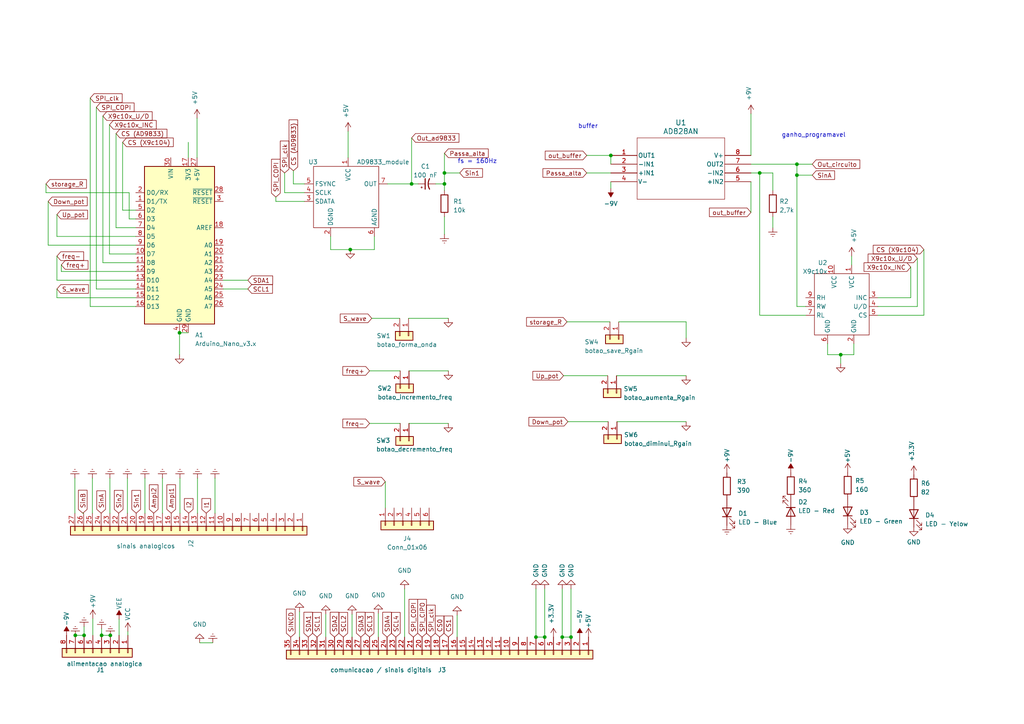
<source format=kicad_sch>
(kicad_sch (version 20230121) (generator eeschema)
  (paper "A4")
  (title_block (title "Gerador de sinais AD9833") (date "2023-07-12") (rev "v02") (company "EITduino") (comment 1 "Autor: Gustavo Pinheiro") (comment 2 "placa de face simples 90x100 mm") (comment 3 "Gerador de sinais") (comment 4 "potenciometro digital: x9c104 (100k)") (comment 5 "Baseado no barramento V04"))
  (lib_symbols
    (symbol "AD828AN:AD828AN" (pin_names (offset 0.254))
      (property "Reference" "U" (at 20.32 10.16 0))
      (property "Value" "AD828AN" (at 20.32 7.62 0))
      (symbol "AD828AN_0_1"
        (polyline (pts (xy 7.62 -12.7) (xy 33.02 -12.7)) (stroke (width 0.127)))
        (polyline (pts (xy 7.62 5.08) (xy 7.62 -12.7)) (stroke (width 0.127)))
        (polyline (pts (xy 33.02 -12.7) (xy 33.02 5.08)) (stroke (width 0.127)))
        (polyline (pts (xy 33.02 5.08) (xy 7.62 5.08)) (stroke (width 0.127)))
        (pin unspecified line (at 0 0 0) (length 7.62) (name "OUT1") (number "1"))
        (pin unspecified line (at 0 -2.54 0) (length 7.62) (name "-IN1") (number "2"))
        (pin unspecified line (at 0 -5.08 0) (length 7.62) (name "+IN1") (number "3"))
        (pin power_in line (at 0 -7.62 0) (length 7.62) (name "V-") (number "4"))
        (pin unspecified line (at 40.64 -7.62 180) (length 7.62) (name "+IN2") (number "5"))
        (pin unspecified line (at 40.64 -5.08 180) (length 7.62) (name "-IN2") (number "6"))
        (pin unspecified line (at 40.64 -2.54 180) (length 7.62) (name "OUT2") (number "7"))
        (pin power_in line (at 40.64 0 180) (length 7.62) (name "V+") (number "8"))
      )
    )
    (symbol "AD9833_module:ad9833_module"
      (property "Reference" "U" (at -8.382 9.144 0))
      (property "Value" "AD9833 module" (at 18.034 -8.382 0))
      (symbol "ad9833_module_0_1"
        (polyline (pts (xy -10.033 2.54) (xy -10.033 7.62) (xy 0.127 7.62) (xy 8.89 7.62) (xy 8.89 2.54) (xy 8.89 -10.16) (xy 7.62 -10.16) (xy -5.08 -10.16) (xy -10.033 -10.16) (xy -10.033 -2.54) (xy -10.033 2.54)))
      )
      (symbol "ad9833_module_1_1"
        (pin passive line (at 0 10.16 270) (length 2.54) (name "VCC") (number "1"))
        (pin passive line (at -5.08 -12.7 90) (length 2.54) (name "DGND") (number "2"))
        (pin passive line (at -12.7 -2.54 0) (length 2.54) (name "SDATA") (number "3"))
        (pin passive line (at -12.7 0 0) (length 2.54) (name "SCLK") (number "4"))
        (pin passive line (at -12.7 2.54 0) (length 2.54) (name "FSYNC") (number "5"))
        (pin passive line (at 7.62 -12.7 90) (length 2.54) (name "AGND") (number "6"))
        (pin passive line (at 11.43 2.54 180) (length 2.54) (name "OUT") (number "7"))
      )
    )
    (symbol "Connector_Generic:Conn_01x02" (pin_names (offset 1.016) hide)
      (property "Reference" "J" (at 0 2.54 0))
      (property "Value" "Conn_01x02" (at 0 -5.08 0))
      (symbol "Conn_01x02_1_1"
        (rectangle (start -1.27 -2.413) (end 0 -2.667) (stroke (width 0.1524)))
        (rectangle (start -1.27 0.127) (end 0 -0.127) (stroke (width 0.1524)))
        (rectangle (start -1.27 1.27) (end 1.27 -3.81) (stroke (width 0.254)) (fill (type background)))
        (pin passive line (at -5.08 0 0) (length 3.81) (name "Pin_1") (number "1"))
        (pin passive line (at -5.08 -2.54 0) (length 3.81) (name "Pin_2") (number "2"))
      )
    )
    (symbol "Connector_Generic:Conn_01x06" (pin_names (offset 1.016) hide)
      (property "Reference" "J" (at 0 7.62 0))
      (property "Value" "Conn_01x06" (at 0 -10.16 0))
      (symbol "Conn_01x06_1_1"
        (rectangle (start -1.27 -7.493) (end 0 -7.747) (stroke (width 0.1524)))
        (rectangle (start -1.27 -4.953) (end 0 -5.207) (stroke (width 0.1524)))
        (rectangle (start -1.27 -2.413) (end 0 -2.667) (stroke (width 0.1524)))
        (rectangle (start -1.27 0.127) (end 0 -0.127) (stroke (width 0.1524)))
        (rectangle (start -1.27 2.667) (end 0 2.413) (stroke (width 0.1524)))
        (rectangle (start -1.27 5.207) (end 0 4.953) (stroke (width 0.1524)))
        (rectangle (start -1.27 6.35) (end 1.27 -8.89) (stroke (width 0.254)) (fill (type background)))
        (pin passive line (at -5.08 5.08 0) (length 3.81) (name "Pin_1") (number "1"))
        (pin passive line (at -5.08 2.54 0) (length 3.81) (name "Pin_2") (number "2"))
        (pin passive line (at -5.08 0 0) (length 3.81) (name "Pin_3") (number "3"))
        (pin passive line (at -5.08 -2.54 0) (length 3.81) (name "Pin_4") (number "4"))
        (pin passive line (at -5.08 -5.08 0) (length 3.81) (name "Pin_5") (number "5"))
        (pin passive line (at -5.08 -7.62 0) (length 3.81) (name "Pin_6") (number "6"))
      )
    )
    (symbol "Connector_Generic:Conn_01x08" (pin_names (offset 1.016) hide)
      (property "Reference" "J" (at 0 10.16 0))
      (property "Value" "Conn_01x08" (at 0 -12.7 0))
      (symbol "Conn_01x08_1_1"
        (rectangle (start -1.27 -10.033) (end 0 -10.287) (stroke (width 0.1524)))
        (rectangle (start -1.27 -7.493) (end 0 -7.747) (stroke (width 0.1524)))
        (rectangle (start -1.27 -4.953) (end 0 -5.207) (stroke (width 0.1524)))
        (rectangle (start -1.27 -2.413) (end 0 -2.667) (stroke (width 0.1524)))
        (rectangle (start -1.27 0.127) (end 0 -0.127) (stroke (width 0.1524)))
        (rectangle (start -1.27 2.667) (end 0 2.413) (stroke (width 0.1524)))
        (rectangle (start -1.27 5.207) (end 0 4.953) (stroke (width 0.1524)))
        (rectangle (start -1.27 7.747) (end 0 7.493) (stroke (width 0.1524)))
        (rectangle (start -1.27 8.89) (end 1.27 -11.43) (stroke (width 0.254)) (fill (type background)))
        (pin passive line (at -5.08 7.62 0) (length 3.81) (name "Pin_1") (number "1"))
        (pin passive line (at -5.08 5.08 0) (length 3.81) (name "Pin_2") (number "2"))
        (pin passive line (at -5.08 2.54 0) (length 3.81) (name "Pin_3") (number "3"))
        (pin passive line (at -5.08 0 0) (length 3.81) (name "Pin_4") (number "4"))
        (pin passive line (at -5.08 -2.54 0) (length 3.81) (name "Pin_5") (number "5"))
        (pin passive line (at -5.08 -5.08 0) (length 3.81) (name "Pin_6") (number "6"))
        (pin passive line (at -5.08 -7.62 0) (length 3.81) (name "Pin_7") (number "7"))
        (pin passive line (at -5.08 -10.16 0) (length 3.81) (name "Pin_8") (number "8"))
      )
    )
    (symbol "Connector_Generic:Conn_01x27" (pin_names (offset 1.016) hide)
      (property "Reference" "J" (at 0 35.56 0))
      (property "Value" "Conn_01x27" (at 0 -35.56 0))
      (symbol "Conn_01x27_1_1"
        (rectangle (start -1.27 -32.893) (end 0 -33.147) (stroke (width 0.1524)))
        (rectangle (start -1.27 -30.353) (end 0 -30.607) (stroke (width 0.1524)))
        (rectangle (start -1.27 -27.813) (end 0 -28.067) (stroke (width 0.1524)))
        (rectangle (start -1.27 -25.273) (end 0 -25.527) (stroke (width 0.1524)))
        (rectangle (start -1.27 -22.733) (end 0 -22.987) (stroke (width 0.1524)))
        (rectangle (start -1.27 -20.193) (end 0 -20.447) (stroke (width 0.1524)))
        (rectangle (start -1.27 -17.653) (end 0 -17.907) (stroke (width 0.1524)))
        (rectangle (start -1.27 -15.113) (end 0 -15.367) (stroke (width 0.1524)))
        (rectangle (start -1.27 -12.573) (end 0 -12.827) (stroke (width 0.1524)))
        (rectangle (start -1.27 -10.033) (end 0 -10.287) (stroke (width 0.1524)))
        (rectangle (start -1.27 -7.493) (end 0 -7.747) (stroke (width 0.1524)))
        (rectangle (start -1.27 -4.953) (end 0 -5.207) (stroke (width 0.1524)))
        (rectangle (start -1.27 -2.413) (end 0 -2.667) (stroke (width 0.1524)))
        (rectangle (start -1.27 0.127) (end 0 -0.127) (stroke (width 0.1524)))
        (rectangle (start -1.27 2.667) (end 0 2.413) (stroke (width 0.1524)))
        (rectangle (start -1.27 5.207) (end 0 4.953) (stroke (width 0.1524)))
        (rectangle (start -1.27 7.747) (end 0 7.493) (stroke (width 0.1524)))
        (rectangle (start -1.27 10.287) (end 0 10.033) (stroke (width 0.1524)))
        (rectangle (start -1.27 12.827) (end 0 12.573) (stroke (width 0.1524)))
        (rectangle (start -1.27 15.367) (end 0 15.113) (stroke (width 0.1524)))
        (rectangle (start -1.27 17.907) (end 0 17.653) (stroke (width 0.1524)))
        (rectangle (start -1.27 20.447) (end 0 20.193) (stroke (width 0.1524)))
        (rectangle (start -1.27 22.987) (end 0 22.733) (stroke (width 0.1524)))
        (rectangle (start -1.27 25.527) (end 0 25.273) (stroke (width 0.1524)))
        (rectangle (start -1.27 28.067) (end 0 27.813) (stroke (width 0.1524)))
        (rectangle (start -1.27 30.607) (end 0 30.353) (stroke (width 0.1524)))
        (rectangle (start -1.27 33.147) (end 0 32.893) (stroke (width 0.1524)))
        (rectangle (start -1.27 34.29) (end 1.27 -34.29) (stroke (width 0.254)) (fill (type background)))
        (pin passive line (at -5.08 33.02 0) (length 3.81) (name "Pin_1") (number "1"))
        (pin passive line (at -5.08 10.16 0) (length 3.81) (name "Pin_10") (number "10"))
        (pin passive line (at -5.08 7.62 0) (length 3.81) (name "Pin_11") (number "11"))
        (pin passive line (at -5.08 5.08 0) (length 3.81) (name "Pin_12") (number "12"))
        (pin passive line (at -5.08 2.54 0) (length 3.81) (name "Pin_13") (number "13"))
        (pin passive line (at -5.08 0 0) (length 3.81) (name "Pin_14") (number "14"))
        (pin passive line (at -5.08 -2.54 0) (length 3.81) (name "Pin_15") (number "15"))
        (pin passive line (at -5.08 -5.08 0) (length 3.81) (name "Pin_16") (number "16"))
        (pin passive line (at -5.08 -7.62 0) (length 3.81) (name "Pin_17") (number "17"))
        (pin passive line (at -5.08 -10.16 0) (length 3.81) (name "Pin_18") (number "18"))
        (pin passive line (at -5.08 -12.7 0) (length 3.81) (name "Pin_19") (number "19"))
        (pin passive line (at -5.08 30.48 0) (length 3.81) (name "Pin_2") (number "2"))
        (pin passive line (at -5.08 -15.24 0) (length 3.81) (name "Pin_20") (number "20"))
        (pin passive line (at -5.08 -17.78 0) (length 3.81) (name "Pin_21") (number "21"))
        (pin passive line (at -5.08 -20.32 0) (length 3.81) (name "Pin_22") (number "22"))
        (pin passive line (at -5.08 -22.86 0) (length 3.81) (name "Pin_23") (number "23"))
        (pin passive line (at -5.08 -25.4 0) (length 3.81) (name "Pin_24") (number "24"))
        (pin passive line (at -5.08 -27.94 0) (length 3.81) (name "Pin_25") (number "25"))
        (pin passive line (at -5.08 -30.48 0) (length 3.81) (name "Pin_26") (number "26"))
        (pin passive line (at -5.08 -33.02 0) (length 3.81) (name "Pin_27") (number "27"))
        (pin passive line (at -5.08 27.94 0) (length 3.81) (name "Pin_3") (number "3"))
        (pin passive line (at -5.08 25.4 0) (length 3.81) (name "Pin_4") (number "4"))
        (pin passive line (at -5.08 22.86 0) (length 3.81) (name "Pin_5") (number "5"))
        (pin passive line (at -5.08 20.32 0) (length 3.81) (name "Pin_6") (number "6"))
        (pin passive line (at -5.08 17.78 0) (length 3.81) (name "Pin_7") (number "7"))
        (pin passive line (at -5.08 15.24 0) (length 3.81) (name "Pin_8") (number "8"))
        (pin passive line (at -5.08 12.7 0) (length 3.81) (name "Pin_9") (number "9"))
      )
    )
    (symbol "Connector_Generic:Conn_01x35" (pin_names (offset 1.016) hide)
      (property "Reference" "J" (at 0 45.72 0))
      (property "Value" "Conn_01x35" (at 0 -45.72 0))
      (symbol "Conn_01x35_1_1"
        (rectangle (start -1.27 -43.053) (end 0 -43.307) (stroke (width 0.1524)))
        (rectangle (start -1.27 -40.513) (end 0 -40.767) (stroke (width 0.1524)))
        (rectangle (start -1.27 -37.973) (end 0 -38.227) (stroke (width 0.1524)))
        (rectangle (start -1.27 -35.433) (end 0 -35.687) (stroke (width 0.1524)))
        (rectangle (start -1.27 -32.893) (end 0 -33.147) (stroke (width 0.1524)))
        (rectangle (start -1.27 -30.353) (end 0 -30.607) (stroke (width 0.1524)))
        (rectangle (start -1.27 -27.813) (end 0 -28.067) (stroke (width 0.1524)))
        (rectangle (start -1.27 -25.273) (end 0 -25.527) (stroke (width 0.1524)))
        (rectangle (start -1.27 -22.733) (end 0 -22.987) (stroke (width 0.1524)))
        (rectangle (start -1.27 -20.193) (end 0 -20.447) (stroke (width 0.1524)))
        (rectangle (start -1.27 -17.653) (end 0 -17.907) (stroke (width 0.1524)))
        (rectangle (start -1.27 -15.113) (end 0 -15.367) (stroke (width 0.1524)))
        (rectangle (start -1.27 -12.573) (end 0 -12.827) (stroke (width 0.1524)))
        (rectangle (start -1.27 -10.033) (end 0 -10.287) (stroke (width 0.1524)))
        (rectangle (start -1.27 -7.493) (end 0 -7.747) (stroke (width 0.1524)))
        (rectangle (start -1.27 -4.953) (end 0 -5.207) (stroke (width 0.1524)))
        (rectangle (start -1.27 -2.413) (end 0 -2.667) (stroke (width 0.1524)))
        (rectangle (start -1.27 0.127) (end 0 -0.127) (stroke (width 0.1524)))
        (rectangle (start -1.27 2.667) (end 0 2.413) (stroke (width 0.1524)))
        (rectangle (start -1.27 5.207) (end 0 4.953) (stroke (width 0.1524)))
        (rectangle (start -1.27 7.747) (end 0 7.493) (stroke (width 0.1524)))
        (rectangle (start -1.27 10.287) (end 0 10.033) (stroke (width 0.1524)))
        (rectangle (start -1.27 12.827) (end 0 12.573) (stroke (width 0.1524)))
        (rectangle (start -1.27 15.367) (end 0 15.113) (stroke (width 0.1524)))
        (rectangle (start -1.27 17.907) (end 0 17.653) (stroke (width 0.1524)))
        (rectangle (start -1.27 20.447) (end 0 20.193) (stroke (width 0.1524)))
        (rectangle (start -1.27 22.987) (end 0 22.733) (stroke (width 0.1524)))
        (rectangle (start -1.27 25.527) (end 0 25.273) (stroke (width 0.1524)))
        (rectangle (start -1.27 28.067) (end 0 27.813) (stroke (width 0.1524)))
        (rectangle (start -1.27 30.607) (end 0 30.353) (stroke (width 0.1524)))
        (rectangle (start -1.27 33.147) (end 0 32.893) (stroke (width 0.1524)))
        (rectangle (start -1.27 35.687) (end 0 35.433) (stroke (width 0.1524)))
        (rectangle (start -1.27 38.227) (end 0 37.973) (stroke (width 0.1524)))
        (rectangle (start -1.27 40.767) (end 0 40.513) (stroke (width 0.1524)))
        (rectangle (start -1.27 43.307) (end 0 43.053) (stroke (width 0.1524)))
        (rectangle (start -1.27 44.45) (end 1.27 -44.45) (stroke (width 0.254)) (fill (type background)))
        (pin passive line (at -5.08 43.18 0) (length 3.81) (name "Pin_1") (number "1"))
        (pin passive line (at -5.08 20.32 0) (length 3.81) (name "Pin_10") (number "10"))
        (pin passive line (at -5.08 17.78 0) (length 3.81) (name "Pin_11") (number "11"))
        (pin passive line (at -5.08 15.24 0) (length 3.81) (name "Pin_12") (number "12"))
        (pin passive line (at -5.08 12.7 0) (length 3.81) (name "Pin_13") (number "13"))
        (pin passive line (at -5.08 10.16 0) (length 3.81) (name "Pin_14") (number "14"))
        (pin passive line (at -5.08 7.62 0) (length 3.81) (name "Pin_15") (number "15"))
        (pin passive line (at -5.08 5.08 0) (length 3.81) (name "Pin_16") (number "16"))
        (pin passive line (at -5.08 2.54 0) (length 3.81) (name "Pin_17") (number "17"))
        (pin passive line (at -5.08 0 0) (length 3.81) (name "Pin_18") (number "18"))
        (pin passive line (at -5.08 -2.54 0) (length 3.81) (name "Pin_19") (number "19"))
        (pin passive line (at -5.08 40.64 0) (length 3.81) (name "Pin_2") (number "2"))
        (pin passive line (at -5.08 -5.08 0) (length 3.81) (name "Pin_20") (number "20"))
        (pin passive line (at -5.08 -7.62 0) (length 3.81) (name "Pin_21") (number "21"))
        (pin passive line (at -5.08 -10.16 0) (length 3.81) (name "Pin_22") (number "22"))
        (pin passive line (at -5.08 -12.7 0) (length 3.81) (name "Pin_23") (number "23"))
        (pin passive line (at -5.08 -15.24 0) (length 3.81) (name "Pin_24") (number "24"))
        (pin passive line (at -5.08 -17.78 0) (length 3.81) (name "Pin_25") (number "25"))
        (pin passive line (at -5.08 -20.32 0) (length 3.81) (name "Pin_26") (number "26"))
        (pin passive line (at -5.08 -22.86 0) (length 3.81) (name "Pin_27") (number "27"))
        (pin passive line (at -5.08 -25.4 0) (length 3.81) (name "Pin_28") (number "28"))
        (pin passive line (at -5.08 -27.94 0) (length 3.81) (name "Pin_29") (number "29"))
        (pin passive line (at -5.08 38.1 0) (length 3.81) (name "Pin_3") (number "3"))
        (pin passive line (at -5.08 -30.48 0) (length 3.81) (name "Pin_30") (number "30"))
        (pin passive line (at -5.08 -33.02 0) (length 3.81) (name "Pin_31") (number "31"))
        (pin passive line (at -5.08 -35.56 0) (length 3.81) (name "Pin_32") (number "32"))
        (pin passive line (at -5.08 -38.1 0) (length 3.81) (name "Pin_33") (number "33"))
        (pin passive line (at -5.08 -40.64 0) (length 3.81) (name "Pin_34") (number "34"))
        (pin passive line (at -5.08 -43.18 0) (length 3.81) (name "Pin_35") (number "35"))
        (pin passive line (at -5.08 35.56 0) (length 3.81) (name "Pin_4") (number "4"))
        (pin passive line (at -5.08 33.02 0) (length 3.81) (name "Pin_5") (number "5"))
        (pin passive line (at -5.08 30.48 0) (length 3.81) (name "Pin_6") (number "6"))
        (pin passive line (at -5.08 27.94 0) (length 3.81) (name "Pin_7") (number "7"))
        (pin passive line (at -5.08 25.4 0) (length 3.81) (name "Pin_8") (number "8"))
        (pin passive line (at -5.08 22.86 0) (length 3.81) (name "Pin_9") (number "9"))
      )
    )
    (symbol "Device:C_Polarized_Small_US" (pin_numbers hide) (pin_names (offset 0.254) hide)
      (property "Reference" "C" (at 0.254 1.778 0))
      (property "Value" "C_Polarized_Small_US" (at 0.254 -2.032 0))
      (symbol "C_Polarized_Small_US_0_1"
        (polyline (pts (xy -1.524 0.508) (xy 1.524 0.508)) (stroke (width 0.3048)))
        (polyline (pts (xy -1.27 1.524) (xy -0.762 1.524)))
        (polyline (pts (xy -1.016 1.27) (xy -1.016 1.778)))
        (arc (start 1.524 -0.762) (mid 0 -0.3734) (end -1.524 -0.762) (stroke (width 0.3048)))
      )
      (symbol "C_Polarized_Small_US_1_1"
        (pin passive line (at 0 2.54 270) (length 2.032) (name "~") (number "1"))
        (pin passive line (at 0 -2.54 90) (length 2.032) (name "~") (number "2"))
      )
    )
    (symbol "Device:LED" (pin_numbers hide) (pin_names (offset 1.016) hide)
      (property "Reference" "D" (at 0 2.54 0))
      (property "Value" "LED" (at 0 -2.54 0))
      (symbol "LED_0_1"
        (polyline (pts (xy -1.27 -1.27) (xy -1.27 1.27)) (stroke (width 0.254)))
        (polyline (pts (xy -1.27 0) (xy 1.27 0)))
        (polyline (pts (xy 1.27 -1.27) (xy 1.27 1.27) (xy -1.27 0) (xy 1.27 -1.27)) (stroke (width 0.254)))
        (polyline (pts (xy -3.048 -0.762) (xy -4.572 -2.286) (xy -3.81 -2.286) (xy -4.572 -2.286) (xy -4.572 -1.524)))
        (polyline (pts (xy -1.778 -0.762) (xy -3.302 -2.286) (xy -2.54 -2.286) (xy -3.302 -2.286) (xy -3.302 -1.524)))
      )
      (symbol "LED_1_1"
        (pin passive line (at -3.81 0 0) (length 2.54) (name "K") (number "1"))
        (pin passive line (at 3.81 0 180) (length 2.54) (name "A") (number "2"))
      )
    )
    (symbol "Device:R" (pin_numbers hide) (pin_names (offset 0))
      (property "Reference" "R" (at 2.032 0 90))
      (property "Value" "R" (at 0 0 90))
      (symbol "R_0_1"
        (rectangle (start -1.016 -2.54) (end 1.016 2.54) (stroke (width 0.254)))
      )
      (symbol "R_1_1"
        (pin passive line (at 0 3.81 270) (length 1.27) (name "~") (number "1"))
        (pin passive line (at 0 -3.81 90) (length 1.27) (name "~") (number "2"))
      )
    )
    (symbol "MCU_Module:Arduino_Nano_v3.x"
      (property "Reference" "A" (at -10.16 23.495 0))
      (property "Value" "Arduino_Nano_v3.x" (at 5.08 -24.13 0))
      (symbol "Arduino_Nano_v3.x_0_1"
        (rectangle (start -10.16 22.86) (end 10.16 -22.86) (stroke (width 0.254)) (fill (type background)))
      )
      (symbol "Arduino_Nano_v3.x_1_1"
        (pin bidirectional line (at -12.7 12.7 0) (length 2.54) (name "D1/TX") (number "1"))
        (pin bidirectional line (at -12.7 -2.54 0) (length 2.54) (name "D7") (number "10"))
        (pin bidirectional line (at -12.7 -5.08 0) (length 2.54) (name "D8") (number "11"))
        (pin bidirectional line (at -12.7 -7.62 0) (length 2.54) (name "D9") (number "12"))
        (pin bidirectional line (at -12.7 -10.16 0) (length 2.54) (name "D10") (number "13"))
        (pin bidirectional line (at -12.7 -12.7 0) (length 2.54) (name "D11") (number "14"))
        (pin bidirectional line (at -12.7 -15.24 0) (length 2.54) (name "D12") (number "15"))
        (pin bidirectional line (at -12.7 -17.78 0) (length 2.54) (name "D13") (number "16"))
        (pin power_out line (at 2.54 25.4 270) (length 2.54) (name "3V3") (number "17"))
        (pin input line (at 12.7 5.08 180) (length 2.54) (name "AREF") (number "18"))
        (pin bidirectional line (at 12.7 0 180) (length 2.54) (name "A0") (number "19"))
        (pin bidirectional line (at -12.7 15.24 0) (length 2.54) (name "D0/RX") (number "2"))
        (pin bidirectional line (at 12.7 -2.54 180) (length 2.54) (name "A1") (number "20"))
        (pin bidirectional line (at 12.7 -5.08 180) (length 2.54) (name "A2") (number "21"))
        (pin bidirectional line (at 12.7 -7.62 180) (length 2.54) (name "A3") (number "22"))
        (pin bidirectional line (at 12.7 -10.16 180) (length 2.54) (name "A4") (number "23"))
        (pin bidirectional line (at 12.7 -12.7 180) (length 2.54) (name "A5") (number "24"))
        (pin bidirectional line (at 12.7 -15.24 180) (length 2.54) (name "A6") (number "25"))
        (pin bidirectional line (at 12.7 -17.78 180) (length 2.54) (name "A7") (number "26"))
        (pin power_out line (at 5.08 25.4 270) (length 2.54) (name "+5V") (number "27"))
        (pin input line (at 12.7 15.24 180) (length 2.54) (name "~{RESET}") (number "28"))
        (pin power_in line (at 2.54 -25.4 90) (length 2.54) (name "GND") (number "29"))
        (pin input line (at 12.7 12.7 180) (length 2.54) (name "~{RESET}") (number "3"))
        (pin power_in line (at -2.54 25.4 270) (length 2.54) (name "VIN") (number "30"))
        (pin power_in line (at 0 -25.4 90) (length 2.54) (name "GND") (number "4"))
        (pin bidirectional line (at -12.7 10.16 0) (length 2.54) (name "D2") (number "5"))
        (pin bidirectional line (at -12.7 7.62 0) (length 2.54) (name "D3") (number "6"))
        (pin bidirectional line (at -12.7 5.08 0) (length 2.54) (name "D4") (number "7"))
        (pin bidirectional line (at -12.7 2.54 0) (length 2.54) (name "D5") (number "8"))
        (pin bidirectional line (at -12.7 0 0) (length 2.54) (name "D6") (number "9"))
      )
    )
    (symbol "X9c10X_module:X9c10X_module"
      (property "Reference" "U" (at -8.89 10.795 0))
      (property "Value" "X9c10x" (at 12.7 -8.89 0))
      (symbol "X9c10X_module_0_1"
        (polyline (pts (xy -7.62 2.54) (xy -7.62 9.525) (xy 8.255 9.525) (xy 8.255 -8.255) (xy -7.62 -8.255) (xy -7.62 2.54)))
      )
      (symbol "X9c10X_module_1_1"
        (pin passive line (at -2.54 12.065 270) (length 2.54) (name "VCC") (number "1"))
        (pin passive line (at 2.54 12.065 270) (length 2.54) (name "VCC") (number "10"))
        (pin passive line (at -3.175 -10.795 90) (length 2.54) (name "GND") (number "2"))
        (pin passive line (at -10.16 2.54 0) (length 2.54) (name "INC") (number "3"))
        (pin passive line (at -10.16 0 0) (length 2.54) (name "U/D") (number "4"))
        (pin passive line (at -10.16 -2.54 0) (length 2.54) (name "CS") (number "5"))
        (pin passive line (at 4.445 -10.795 90) (length 2.54) (name "GND") (number "6"))
        (pin passive line (at 10.795 -2.54 180) (length 2.54) (name "RL") (number "7"))
        (pin passive line (at 10.795 0 180) (length 2.54) (name "RW") (number "8"))
        (pin passive line (at 10.795 2.54 180) (length 2.54) (name "RH") (number "9"))
      )
    )
    (symbol "power:+3.3V" (power) (pin_names (offset 0))
      (property "Value" "+3.3V" (at 0 3.556 0))
      (symbol "+3.3V_0_1"
        (polyline (pts (xy -0.762 1.27) (xy 0 2.54)))
        (polyline (pts (xy 0 0) (xy 0 2.54)))
        (polyline (pts (xy 0 2.54) (xy 0.762 1.27)))
      )
      (symbol "+3.3V_1_1"
        (pin power_in line (at 0 0 90) (length 0) hide (name "+3.3V") (number "1"))
      )
    )
    (symbol "power:+5V" (power) (pin_names (offset 0))
      (property "Value" "+5V" (at 0 3.556 0))
      (symbol "+5V_0_1"
        (polyline (pts (xy -0.762 1.27) (xy 0 2.54)))
        (polyline (pts (xy 0 0) (xy 0 2.54)))
        (polyline (pts (xy 0 2.54) (xy 0.762 1.27)))
      )
      (symbol "+5V_1_1"
        (pin power_in line (at 0 0 90) (length 0) hide (name "+5V") (number "1"))
      )
    )
    (symbol "power:+9V" (power) (pin_names (offset 0))
      (property "Value" "+9V" (at 0 3.556 0))
      (symbol "+9V_0_1"
        (polyline (pts (xy -0.762 1.27) (xy 0 2.54)))
        (polyline (pts (xy 0 0) (xy 0 2.54)))
        (polyline (pts (xy 0 2.54) (xy 0.762 1.27)))
      )
      (symbol "+9V_1_1"
        (pin power_in line (at 0 0 90) (length 0) hide (name "+9V") (number "1"))
      )
    )
    (symbol "power:-5V" (power) (pin_names (offset 0))
      (property "Value" "-5V" (at 0 3.81 0))
      (symbol "-5V_0_0"
        (pin power_in line (at 0 0 90) (length 0) hide (name "-5V") (number "1"))
      )
      (symbol "-5V_0_1"
        (polyline (pts (xy 0 0) (xy 0 1.27) (xy 0.762 1.27) (xy 0 2.54) (xy -0.762 1.27) (xy 0 1.27)) (fill (type outline)))
      )
    )
    (symbol "power:-9V" (power) (pin_names (offset 0))
      (property "Value" "-9V" (at 0 3.81 0))
      (symbol "-9V_0_1"
        (polyline (pts (xy 0 0) (xy 0 2.54)))
        (polyline (pts (xy 0.762 1.27) (xy -0.762 1.27) (xy 0 2.54) (xy 0.762 1.27)) (fill (type outline)))
      )
      (symbol "-9V_1_1"
        (pin power_in line (at 0 0 90) (length 0) hide (name "-9V") (number "1"))
      )
    )
    (symbol "power:Earth" (power) (pin_names (offset 0))
      (symbol "Earth_0_1"
        (polyline (pts (xy -0.635 -1.905) (xy 0.635 -1.905)))
        (polyline (pts (xy -0.127 -2.54) (xy 0.127 -2.54)))
        (polyline (pts (xy 0 -1.27) (xy 0 0)))
        (polyline (pts (xy 1.27 -1.27) (xy -1.27 -1.27)))
      )
      (symbol "Earth_1_1"
        (pin power_in line (at 0 0 270) (length 0) hide (name "Earth") (number "1"))
      )
    )
    (symbol "power:GND" (power) (pin_names (offset 0))
      (property "Value" "GND" (at 0 -3.81 0))
      (symbol "GND_0_1"
        (polyline (pts (xy 0 0) (xy 0 -1.27) (xy 1.27 -1.27) (xy 0 -2.54) (xy -1.27 -1.27) (xy 0 -1.27)))
      )
      (symbol "GND_1_1"
        (pin power_in line (at 0 0 270) (length 0) hide (name "GND") (number "1"))
      )
    )
    (symbol "power:VCC" (power) (pin_names (offset 0))
      (property "Value" "VCC" (at 0 3.81 0))
      (symbol "VCC_0_1"
        (polyline (pts (xy -0.762 1.27) (xy 0 2.54)))
        (polyline (pts (xy 0 0) (xy 0 2.54)))
        (polyline (pts (xy 0 2.54) (xy 0.762 1.27)))
      )
      (symbol "VCC_1_1"
        (pin power_in line (at 0 0 90) (length 0) hide (name "VCC") (number "1"))
      )
    )
    (symbol "power:VEE" (power) (pin_names (offset 0))
      (property "Value" "VEE" (at 0 3.81 0))
      (symbol "VEE_0_1"
        (polyline (pts (xy 0 0) (xy 0 2.54)))
        (polyline (pts (xy 0.762 1.27) (xy -0.762 1.27) (xy 0 2.54) (xy 0.762 1.27)) (fill (type outline)))
      )
      (symbol "VEE_1_1"
        (pin power_in line (at 0 0 90) (length 0) hide (name "VEE") (number "1"))
      )
    )
  )
  (junction (at 52.07 96.52))
  (junction (at 128.905 53.34))
  (junction (at 165.608 184.785))
  (junction (at 155.448 184.785))
  (junction (at 101.6 72.39))
  (junction (at 157.988 184.785))
  (junction (at 243.84 102.87))
  (junction (at 29.4628 184.277))
  (junction (at 119.38 53.34))
  (junction (at 231.14 50.8))
  (junction (at 21.8428 184.277))
  (junction (at 32.0028 184.277))
  (junction (at 231.14 47.625))
  (junction (at 128.905 50.165))
  (junction (at 24.3828 184.277))
  (junction (at 163.068 184.785))
  (junction (at 177.165 45.085))
  (junction (at 220.345 50.165))
  (wire (pts (xy 39.37 86.36) (xy 16.51 86.36)))
  (wire (pts (xy 177.165 45.085) (xy 177.165 47.625)))
  (wire (pts (xy 57.15 34.29) (xy 57.15 45.72)))
  (wire (pts (xy 163.068 170.815) (xy 163.068 184.785)))
  (wire (pts (xy 231.14 47.625) (xy 231.14 50.8)))
  (wire (pts (xy 27.94 31.115) (xy 27.94 83.82)))
  (wire (pts (xy 39.37 71.12) (xy 13.97 71.12)))
  (wire (pts (xy 34.543 184.277) (xy 34.5428 184.277)))
  (wire (pts (xy 27.94 83.82) (xy 39.37 83.82)))
  (wire (pts (xy 39.37 63.5) (xy 37.465 63.5)))
  (wire (pts (xy 24.3828 181.737) (xy 24.3828 184.277)))
  (wire (pts (xy 100.965 38.1) (xy 100.965 45.72)))
  (wire (pts (xy 26.162 28.448) (xy 26.162 88.9)))
  (wire (pts (xy 80.01 58.42) (xy 88.265 58.42)))
  (wire (pts (xy 108.585 72.39) (xy 101.6 72.39)))
  (wire (pts (xy 39.37 66.04) (xy 33.655 66.04)))
  (wire (pts (xy 29.845 33.655) (xy 29.845 76.2)))
  (wire (pts (xy 178.816 108.966) (xy 199.009 108.966)))
  (wire (pts (xy 54.61 41.275) (xy 54.61 45.72)))
  (wire (pts (xy 21.717 138.684) (xy 21.717 148.844)))
  (wire (pts (xy 34.543 179.5939) (xy 34.543 184.277)))
  (wire (pts (xy 179.451 93.345) (xy 199.009 93.345)))
  (wire (pts (xy 26.162 88.9) (xy 39.37 88.9)))
  (wire (pts (xy 85.09 53.34) (xy 88.265 53.34)))
  (wire (pts (xy 82.55 55.88) (xy 88.265 55.88)))
  (wire (pts (xy 267.97 72.39) (xy 267.97 91.44)))
  (wire (pts (xy 26.9228 179.451) (xy 26.9228 184.277)))
  (wire (pts (xy 231.14 50.8) (xy 231.14 88.9)))
  (wire (pts (xy 36.957 138.684) (xy 36.957 148.844)))
  (wire (pts (xy 71.882 83.82) (xy 64.77 83.82)))
  (wire (pts (xy 163.449 108.966) (xy 176.276 108.966)))
  (wire (pts (xy 118.491 92.329) (xy 130.048 92.329)))
  (wire (pts (xy 128.905 50.165) (xy 133.35 50.165)))
  (wire (pts (xy 224.155 55.245) (xy 224.155 50.165)))
  (wire (pts (xy 224.155 62.865) (xy 224.155 66.04)))
  (wire (pts (xy 37.465 63.5) (xy 37.465 55.88)))
  (wire (pts (xy 164.719 122.301) (xy 176.403 122.301)))
  (wire (pts (xy 217.805 52.705) (xy 217.805 61.595)))
  (wire (pts (xy 178.943 122.301) (xy 199.009 122.301)))
  (wire (pts (xy 243.84 102.87) (xy 243.84 105.41)))
  (wire (pts (xy 170.18 50.165) (xy 177.165 50.165)))
  (wire (pts (xy 21.8428 184.277) (xy 24.3828 184.277)))
  (wire (pts (xy 13.335 53.34) (xy 13.335 55.88)))
  (wire (pts (xy 264.16 86.36) (xy 254.635 86.36)))
  (wire (pts (xy 57.277 138.684) (xy 57.277 148.844)))
  (wire (pts (xy 13.335 55.88) (xy 37.465 55.88)))
  (wire (pts (xy 37.084 183.17) (xy 37.084 184.277)))
  (wire (pts (xy 71.882 81.28) (xy 64.77 81.28)))
  (wire (pts (xy 267.97 91.44) (xy 254.635 91.44)))
  (wire (pts (xy 39.37 68.58) (xy 16.51 68.58)))
  (wire (pts (xy 240.03 102.87) (xy 240.03 99.695)))
  (wire (pts (xy 101.6 72.39) (xy 95.885 72.39)))
  (wire (pts (xy 217.805 47.625) (xy 231.14 47.625)))
  (wire (pts (xy 233.68 91.44) (xy 220.345 91.44)))
  (wire (pts (xy 24.257 148.844) (xy 24.003 148.844)))
  (wire (pts (xy 39.37 78.74) (xy 17.78 78.74)))
  (wire (pts (xy 85.09 49.53) (xy 85.09 53.34)))
  (wire (pts (xy 102.108 178.181) (xy 102.108 184.785)))
  (wire (pts (xy 31.75 73.66) (xy 39.37 73.66)))
  (wire (pts (xy 52.07 96.52) (xy 54.61 96.52)))
  (wire (pts (xy 231.14 47.625) (xy 235.585 47.625)))
  (wire (pts (xy 118.618 122.809) (xy 130.048 122.809)))
  (wire (pts (xy 266.065 74.93) (xy 266.065 88.9)))
  (wire (pts (xy 86.868 177.419) (xy 86.868 184.785)))
  (wire (pts (xy 266.065 88.9) (xy 254.635 88.9)))
  (wire (pts (xy 128.905 62.865) (xy 128.905 67.945)))
  (wire (pts (xy 247.015 74.295) (xy 247.015 76.835)))
  (wire (pts (xy 107.188 107.569) (xy 116.078 107.569)))
  (wire (pts (xy 128.905 53.34) (xy 128.905 55.245)))
  (wire (pts (xy 243.84 102.87) (xy 247.65 102.87)))
  (wire (pts (xy 35.56 41.275) (xy 35.56 60.96)))
  (wire (pts (xy 29.4628 184.277) (xy 32.0028 184.277)))
  (wire (pts (xy 31.877 138.684) (xy 31.877 148.844)))
  (wire (pts (xy 155.448 184.785) (xy 157.988 184.785)))
  (wire (pts (xy 264.16 77.47) (xy 264.16 86.36)))
  (wire (pts (xy 163.068 184.785) (xy 165.608 184.785)))
  (wire (pts (xy 95.885 72.39) (xy 95.885 68.58)))
  (wire (pts (xy 199.009 98.044) (xy 199.009 93.345)))
  (wire (pts (xy 231.14 88.9) (xy 233.68 88.9)))
  (wire (pts (xy 155.448 170.815) (xy 155.448 184.785)))
  (wire (pts (xy 52.07 96.52) (xy 52.07 102.87)))
  (wire (pts (xy 52.197 138.684) (xy 52.197 148.844)))
  (wire (pts (xy 128.905 50.165) (xy 128.905 53.34)))
  (wire (pts (xy 62.357 138.684) (xy 62.357 148.844)))
  (wire (pts (xy 170.18 45.085) (xy 177.165 45.085)))
  (wire (pts (xy 157.988 170.815) (xy 157.988 184.785)))
  (wire (pts (xy 29.4611 182.3856) (xy 29.4611 183.597)))
  (wire (pts (xy 37.0828 184.277) (xy 37.084 184.277)))
  (wire (pts (xy 165.608 170.815) (xy 165.608 184.785)))
  (wire (pts (xy 164.465 93.345) (xy 176.911 93.345)))
  (wire (pts (xy 112.395 53.34) (xy 119.38 53.34)))
  (wire (pts (xy 39.37 81.28) (xy 16.51 81.28)))
  (wire (pts (xy 247.65 102.87) (xy 247.65 99.695)))
  (wire (pts (xy 82.55 50.165) (xy 82.55 55.88)))
  (wire (pts (xy 240.03 102.87) (xy 243.84 102.87)))
  (wire (pts (xy 109.728 177.927) (xy 109.728 184.785)))
  (wire (pts (xy 128.905 53.34) (xy 126.365 53.34)))
  (wire (pts (xy 217.805 33.02) (xy 217.805 45.085)))
  (wire (pts (xy 220.345 50.165) (xy 224.155 50.165)))
  (wire (pts (xy 108.585 68.58) (xy 108.585 72.39)))
  (wire (pts (xy 117.348 170.815) (xy 117.348 184.785)))
  (wire (pts (xy 29.4628 183.597) (xy 29.4628 184.277)))
  (wire (pts (xy 29.845 76.2) (xy 39.37 76.2)))
  (wire (pts (xy 94.488 178.181) (xy 94.488 184.785)))
  (wire (pts (xy 16.51 74.295) (xy 16.51 81.28)))
  (wire (pts (xy 128.905 44.45) (xy 128.905 50.165)))
  (wire (pts (xy 26.797 138.684) (xy 26.797 148.844)))
  (wire (pts (xy 177.165 52.705) (xy 177.165 54.61)))
  (wire (pts (xy 118.618 107.569) (xy 130.048 107.569)))
  (wire (pts (xy 29.4611 183.597) (xy 29.4628 183.597)))
  (wire (pts (xy 13.97 58.42) (xy 13.97 71.12)))
  (wire (pts (xy 47.117 138.684) (xy 47.117 148.844)))
  (wire (pts (xy 231.14 50.8) (xy 235.585 50.8)))
  (wire (pts (xy 107.823 92.329) (xy 115.951 92.329)))
  (wire (pts (xy 111.76 139.7) (xy 111.76 147.32)))
  (wire (pts (xy 42.037 138.684) (xy 42.037 148.844)))
  (wire (pts (xy 119.38 40.005) (xy 119.38 53.34)))
  (wire (pts (xy 217.805 50.165) (xy 220.345 50.165)))
  (wire (pts (xy 57.912 186.436) (xy 61.722 186.436)))
  (wire (pts (xy 16.51 83.82) (xy 16.51 86.36)))
  (wire (pts (xy 220.345 91.44) (xy 220.345 50.165)))
  (wire (pts (xy 107.188 122.809) (xy 116.078 122.809)))
  (wire (pts (xy 80.01 57.15) (xy 80.01 58.42)))
  (wire (pts (xy 33.655 38.735) (xy 33.655 66.04)))
  (wire (pts (xy 16.51 62.23) (xy 16.51 68.58)))
  (wire (pts (xy 39.37 60.96) (xy 35.56 60.96)))
  (wire (pts (xy 132.588 178.435) (xy 132.588 184.785)))
  (wire (pts (xy 17.78 76.835) (xy 17.78 78.74)))
  (wire (pts (xy 119.38 53.34) (xy 121.285 53.34)))
  (wire (pts (xy 31.75 36.195) (xy 31.75 73.66)))
  (text "ganho_programavel\n" (at 226.695 40.005 0) (effects (font (size 1.27 1.27)) (justify left bottom)))
  (text "fs = 160Hz\n" (at 132.715 47.625 0) (effects (font (size 1.27 1.27)) (justify left bottom)))
  (text "buffer" (at 167.64 37.465 0) (effects (font (size 1.27 1.27)) (justify left bottom)))
  (global_label "X9c10x_INC" (shape input) (at 31.75 36.195 0) (property "Intersheetrefs" "${INTERSHEET_REFS}" (effects hide)))
  (global_label "I2" (shape input) (at 54.737 148.844 90) (property "Intersheetrefs" "${INTERSHEET_REFS}" (effects hide)))
  (global_label "SinA" (shape input) (at 235.585 50.8 0) (property "Intersheetrefs" "${INTERSHEET_REFS}" (effects hide)))
  (global_label "SDA1" (shape input) (at 71.882 81.28 0) (property "Intersheetrefs" "${INTERSHEET_REFS}" (effects hide)))
  (global_label "Ampl1" (shape input) (at 49.657 148.844 90) (property "Intersheetrefs" "${INTERSHEET_REFS}" (effects hide)))
  (global_label "Down_pot" (shape input) (at 13.97 58.42 0) (property "Intersheetrefs" "${INTERSHEET_REFS}" (effects hide)))
  (global_label "SCL1" (shape input) (at 91.948 184.785 90) (property "Intersheetrefs" "${INTERSHEET_REFS}" (effects hide)))
  (global_label "SCL4" (shape input) (at 114.808 184.785 90) (property "Intersheetrefs" "${INTERSHEET_REFS}" (effects hide)))
  (global_label "SCL3" (shape input) (at 107.188 184.785 90) (property "Intersheetrefs" "${INTERSHEET_REFS}" (effects hide)))
  (global_label "SDA3" (shape input) (at 104.648 184.785 90) (property "Intersheetrefs" "${INTERSHEET_REFS}" (effects hide)))
  (global_label "SDA4" (shape input) (at 112.268 184.785 90) (property "Intersheetrefs" "${INTERSHEET_REFS}" (effects hide)))
  (global_label "S_wave" (shape input) (at 107.823 92.329 180) (property "Intersheetrefs" "${INTERSHEET_REFS}" (effects hide)))
  (global_label "S_wave" (shape input) (at 111.76 139.7 180) (property "Intersheetrefs" "${INTERSHEET_REFS}" (effects hide)))
  (global_label "SINCD" (shape input) (at 84.328 184.785 90) (property "Intersheetrefs" "${INTERSHEET_REFS}" (effects hide)))
  (global_label "Down_pot" (shape input) (at 164.719 122.301 180) (property "Intersheetrefs" "${INTERSHEET_REFS}" (effects hide)))
  (global_label "freq+" (shape input) (at 17.78 76.835 0) (property "Intersheetrefs" "${INTERSHEET_REFS}" (effects hide)))
  (global_label "Ampl2" (shape input) (at 44.577 148.844 90) (property "Intersheetrefs" "${INTERSHEET_REFS}" (effects hide)))
  (global_label "S_wave" (shape input) (at 16.51 83.82 0) (property "Intersheetrefs" "${INTERSHEET_REFS}" (effects hide)))
  (global_label "SinA" (shape input) (at 29.337 148.844 90) (property "Intersheetrefs" "${INTERSHEET_REFS}" (effects hide)))
  (global_label "Up_pot" (shape input) (at 16.51 62.23 0) (property "Intersheetrefs" "${INTERSHEET_REFS}" (effects hide)))
  (global_label "SDA1" (shape input) (at 89.408 184.785 90) (property "Intersheetrefs" "${INTERSHEET_REFS}" (effects hide)))
  (global_label "Passa_alta" (shape input) (at 128.905 44.45 0) (property "Intersheetrefs" "${INTERSHEET_REFS}" (effects hide)))
  (global_label "out_buffer" (shape input) (at 217.805 61.595 180) (property "Intersheetrefs" "${INTERSHEET_REFS}" (effects hide)))
  (global_label "Passa_alta" (shape input) (at 170.18 50.165 180) (property "Intersheetrefs" "${INTERSHEET_REFS}" (effects hide)))
  (global_label "Out_circuito" (shape input) (at 235.585 47.625 0) (property "Intersheetrefs" "${INTERSHEET_REFS}" (effects hide)))
  (global_label "storage_R" (shape input) (at 164.465 93.345 180) (property "Intersheetrefs" "${INTERSHEET_REFS}" (effects hide)))
  (global_label "X9c10x_U{slash}D" (shape input) (at 266.065 74.93 180) (property "Intersheetrefs" "${INTERSHEET_REFS}" (effects hide)))
  (global_label "SPI_COPI" (shape input) (at 119.888 184.785 90) (property "Intersheetrefs" "${INTERSHEET_REFS}" (effects hide)))
  (global_label "freq-" (shape input) (at 16.51 74.295 0) (property "Intersheetrefs" "${INTERSHEET_REFS}" (effects hide)))
  (global_label "CS0" (shape input) (at 127.508 184.785 90) (property "Intersheetrefs" "${INTERSHEET_REFS}" (effects hide)))
  (global_label "storage_R" (shape input) (at 13.335 53.34 0) (property "Intersheetrefs" "${INTERSHEET_REFS}" (effects hide)))
  (global_label "SDA2" (shape input) (at 97.028 184.785 90) (property "Intersheetrefs" "${INTERSHEET_REFS}" (effects hide)))
  (global_label "CS (AD9833)" (shape input) (at 85.09 49.53 90) (property "Intersheetrefs" "${INTERSHEET_REFS}" (effects hide)))
  (global_label "CS (X9c104)" (shape input) (at 35.56 41.275 0) (property "Intersheetrefs" "${INTERSHEET_REFS}" (effects hide)))
  (global_label "I1" (shape input) (at 59.817 148.844 90) (property "Intersheetrefs" "${INTERSHEET_REFS}" (effects hide)))
  (global_label "CS (AD9833)" (shape input) (at 33.655 38.735 0) (property "Intersheetrefs" "${INTERSHEET_REFS}" (effects hide)))
  (global_label "SPI_clk" (shape input) (at 124.968 184.785 90) (property "Intersheetrefs" "${INTERSHEET_REFS}" (effects hide)))
  (global_label "X9c10x_U{slash}D" (shape input) (at 29.845 33.655 0) (property "Intersheetrefs" "${INTERSHEET_REFS}" (effects hide)))
  (global_label "CS1" (shape input) (at 130.048 184.785 90) (property "Intersheetrefs" "${INTERSHEET_REFS}" (effects hide)))
  (global_label "CS (X9c104)" (shape input) (at 267.97 72.39 180) (property "Intersheetrefs" "${INTERSHEET_REFS}" (effects hide)))
  (global_label "SCL1" (shape input) (at 71.882 83.82 0) (property "Intersheetrefs" "${INTERSHEET_REFS}" (effects hide)))
  (global_label "out_buffer" (shape input) (at 170.18 45.085 180) (property "Intersheetrefs" "${INTERSHEET_REFS}" (effects hide)))
  (global_label "SPI_COPI" (shape input) (at 27.94 31.115 0) (property "Intersheetrefs" "${INTERSHEET_REFS}" (effects hide)))
  (global_label "Up_pot" (shape input) (at 163.449 108.966 180) (property "Intersheetrefs" "${INTERSHEET_REFS}" (effects hide)))
  (global_label "freq+" (shape input) (at 107.188 107.569 180) (property "Intersheetrefs" "${INTERSHEET_REFS}" (effects hide)))
  (global_label "SPI_COPI" (shape input) (at 80.01 57.15 90) (property "Intersheetrefs" "${INTERSHEET_REFS}" (effects hide)))
  (global_label "X9c10x_INC" (shape input) (at 264.16 77.47 180) (property "Intersheetrefs" "${INTERSHEET_REFS}" (effects hide)))
  (global_label "SPI_clk" (shape input) (at 26.162 28.448 0) (property "Intersheetrefs" "${INTERSHEET_REFS}" (effects hide)))
  (global_label "Sin2" (shape input) (at 34.417 148.844 90) (property "Intersheetrefs" "${INTERSHEET_REFS}" (effects hide)))
  (global_label "freq-" (shape input) (at 107.188 122.809 180) (property "Intersheetrefs" "${INTERSHEET_REFS}" (effects hide)))
  (global_label "SCL2" (shape input) (at 99.568 184.785 90) (property "Intersheetrefs" "${INTERSHEET_REFS}" (effects hide)))
  (global_label "SPI_CIPO" (shape input) (at 122.428 184.785 90) (property "Intersheetrefs" "${INTERSHEET_REFS}" (effects hide)))
  (global_label "SPI_clk" (shape input) (at 82.55 50.165 90) (property "Intersheetrefs" "${INTERSHEET_REFS}" (effects hide)))
  (global_label "Sin1" (shape input) (at 133.35 50.165 0) (property "Intersheetrefs" "${INTERSHEET_REFS}" (effects hide)))
  (global_label "Out_ad9833" (shape input) (at 119.38 40.005 0) (property "Intersheetrefs" "${INTERSHEET_REFS}" (effects hide)))
  (global_label "Sin1" (shape input) (at 39.497 148.844 90) (property "Intersheetrefs" "${INTERSHEET_REFS}" (effects hide)))
  (global_label "SinB" (shape input) (at 24.003 148.844 90) (property "Intersheetrefs" "${INTERSHEET_REFS}" (effects hide)))
  (symbol (lib_id "Device:LED") (at 265.049 149.098 90) (unit 1)
    (property "Reference" "D4" (at 268.351 149.4155 90) (effects (justify right)))
    (property "Value" "LED - Yelow" (at 268.351 151.9555 90) (effects (justify right)))
    (property "Footprint" "LED_THT:LED_D5.0mm" (effects hide))
  )
  (symbol (lib_id "power:GND") (at 94.488 178.181 180) (unit 1)
    (property "Reference" "#PWR028" (effects hide))
    (property "Value" "GND" (at 94.488 172.847 0))
  )
  (symbol (lib_id "Device:R") (at 128.905 59.055 0) (unit 1)
    (property "Reference" "R1" (at 131.445 58.42 0) (effects (justify left)))
    (property "Value" "10k" (at 131.445 60.96 0) (effects (justify left)))
    (property "Footprint" "Resistor_THT:R_Axial_DIN0204_L3.6mm_D1.6mm_P5.08mm_Horizontal" (effects hide))
  )
  (symbol (lib_id "Device:LED") (at 245.872 148.336 90) (unit 1)
    (property "Reference" "D3" (at 249.301 148.6535 90) (effects (justify right)))
    (property "Value" "LED - Green" (at 249.301 151.1935 90) (effects (justify right)))
    (property "Footprint" "LED_THT:LED_D5.0mm" (effects hide))
  )
  (symbol (lib_id "Device:R") (at 245.872 140.716 0) (unit 1)
    (property "Reference" "R5" (at 248.031 139.446 0) (effects (justify left)))
    (property "Value" "160" (at 248.031 141.986 0) (effects (justify left)))
    (property "Footprint" "Resistor_THT:R_Axial_DIN0207_L6.3mm_D2.5mm_P7.62mm_Horizontal" (effects hide))
  )
  (symbol (lib_id "power:VEE") (at 34.543 179.5939 0) (unit 1)
    (property "Reference" "#PWR055" (effects hide))
    (property "Value" "VEE" (at 34.5392 174.9835 90))
  )
  (symbol (lib_id "power:GND") (at 155.448 170.815 180) (unit 1)
    (property "Reference" "#PWR042" (effects hide))
    (property "Value" "GND" (at 155.448 165.481 90))
  )
  (symbol (lib_id "Device:LED") (at 229.362 148.463 270) (unit 1)
    (property "Reference" "D2" (at 231.521 145.6055 90) (effects (justify left)))
    (property "Value" "LED - Red" (at 231.521 148.1455 90) (effects (justify left)))
    (property "Footprint" "LED_THT:LED_D5.0mm" (effects hide))
  )
  (symbol (lib_id "power:+9V") (at 26.9228 179.451 0) (unit 1)
    (property "Reference" "#PWR049" (effects hide))
    (property "Value" "+9V" (at 26.9571 176.4946 90) (effects (justify left)))
  )
  (symbol (lib_id "power:Earth") (at 31.877 138.684 180) (unit 1)
    (property "Reference" "#PWR025" (effects hide))
    (property "Value" "Earth" (effects hide))
  )
  (symbol (lib_id "power:Earth") (at 57.277 138.684 180) (unit 1)
    (property "Reference" "#PWR037" (effects hide))
    (property "Value" "Earth" (effects hide))
  )
  (symbol (lib_id "Device:C_Polarized_Small_US") (at 123.825 53.34 90) (unit 1)
    (property "Reference" "C1" (at 123.3932 48.26 90))
    (property "Value" "100 nF" (at 123.3932 50.8 90))
    (property "Footprint" "Capacitor_THT:CP_Radial_D5.0mm_P2.50mm" (effects hide))
  )
  (symbol (lib_id "Connector_Generic:Conn_01x02") (at 118.491 97.409 270) (unit 1)
    (property "Reference" "SW1" (at 109.22 97.409 90) (effects (justify left)))
    (property "Value" "botao_forma_onda" (at 109.22 99.949 90) (effects (justify left)))
    (property "Footprint" "Connector_PinHeader_2.54mm:PinHeader_1x02_P2.54mm_Horizontal" (effects hide))
  )
  (symbol (lib_id "power:+9V") (at 210.82 137.16 0) (unit 1)
    (property "Reference" "#PWR01" (effects hide))
    (property "Value" "+9V" (at 210.8543 134.2036 90) (effects (justify left)))
  )
  (symbol (lib_id "Connector_Generic:Conn_01x02") (at 178.943 127.381 270) (unit 1)
    (property "Reference" "SW6" (at 180.975 126.111 90) (effects (justify left)))
    (property "Value" "botao_diminui_Rgain" (at 180.975 128.651 90) (effects (justify left)))
    (property "Footprint" "Connector_PinHeader_2.54mm:PinHeader_1x02_P2.54mm_Horizontal" (effects hide))
  )
  (symbol (lib_id "power:GND") (at 157.988 170.815 180) (unit 1)
    (property "Reference" "#PWR044" (effects hide))
    (property "Value" "GND" (at 157.988 165.481 90))
  )
  (symbol (lib_id "power:Earth") (at 21.717 138.684 180) (unit 1)
    (property "Reference" "#PWR09" (effects hide))
    (property "Value" "Earth" (effects hide))
  )
  (symbol (lib_id "MCU_Module:Arduino_Nano_v3.x") (at 52.07 71.12 0) (unit 1)
    (property "Reference" "A1" (at 56.5659 97.155 0) (effects (justify left)))
    (property "Value" "Arduino_Nano_v3.x" (at 56.5659 99.695 0) (effects (justify left)))
    (property "Footprint" "Module:Arduino_Nano" (effects hide))
    (property "Datasheet" "http://www.mouser.com/pdfdocs/Gravitech_Arduino_Nano3_0.pdf" (effects hide))
  )
  (symbol (lib_id "power:GND") (at 132.588 178.435 180) (unit 1)
    (property "Reference" "#PWR041" (effects hide))
    (property "Value" "GND" (at 132.588 173.101 0))
  )
  (symbol (lib_id "power:Earth") (at 52.197 138.684 180) (unit 1)
    (property "Reference" "#PWR035" (effects hide))
    (property "Value" "Earth" (effects hide))
  )
  (symbol (lib_id "power:GND") (at 117.348 170.815 180) (unit 1)
    (property "Reference" "#PWR039" (effects hide))
    (property "Value" "GND" (at 117.348 165.481 0))
  )
  (symbol (lib_id "power:GND") (at 245.872 152.146 0) (unit 1)
    (property "Reference" "#PWR06" (effects hide))
    (property "Value" "GND" (at 245.872 157.353 0))
  )
  (symbol (lib_id "Connector_Generic:Conn_01x02") (at 118.618 127.889 270) (unit 1)
    (property "Reference" "SW3" (at 109.093 127.762 90) (effects (justify left)))
    (property "Value" "botao_decremento_freq" (at 109.093 130.302 90) (effects (justify left)))
    (property "Footprint" "Connector_PinHeader_2.54mm:PinHeader_1x02_P2.54mm_Horizontal" (effects hide))
  )
  (symbol (lib_id "X9c10X_module:X9c10X_module") (at 244.475 88.9 0) (mirror y) (unit 1)
    (property "Reference" "U2" (at 239.9791 76.2 0) (effects (justify left)))
    (property "Value" "X9c10x" (at 239.9791 78.74 0) (effects (justify left)))
    (property "Footprint" "X9c10X_module:X9c10X_module" (effects hide))
  )
  (symbol (lib_id "AD828AN:AD828AN") (at 177.165 45.085 0) (unit 1)
    (property "Reference" "U1" (at 197.485 35.56 0) (effects (font (size 1.524 1.524))))
    (property "Value" "AD828AN" (at 197.485 38.1 0) (effects (font (size 1.524 1.524))))
    (property "Footprint" "AD828:AD828" (effects hide))
    (property "Datasheet" "AD828AN" (effects hide))
  )
  (symbol (lib_id "Device:LED") (at 210.82 148.59 90) (unit 1)
    (property "Reference" "D1" (at 214.122 148.9075 90) (effects (justify right)))
    (property "Value" "LED - Blue" (at 214.122 151.4475 90) (effects (justify right)))
    (property "Footprint" "LED_THT:LED_D5.0mm" (effects hide))
  )
  (symbol (lib_id "power:Earth") (at 47.117 138.684 180) (unit 1)
    (property "Reference" "#PWR033" (effects hide))
    (property "Value" "Earth" (effects hide))
  )
  (symbol (lib_id "Device:R") (at 229.362 140.843 0) (unit 1)
    (property "Reference" "R4" (at 231.521 139.573 0) (effects (justify left)))
    (property "Value" "360" (at 231.521 142.113 0) (effects (justify left)))
    (property "Footprint" "Resistor_THT:R_Axial_DIN0207_L6.3mm_D2.5mm_P7.62mm_Horizontal" (effects hide))
  )
  (symbol (lib_id "power:GND") (at 199.009 122.301 0) (unit 1)
    (property "Reference" "#PWR026" (effects hide))
    (property "Value" "Earth" (effects hide))
  )
  (symbol (lib_id "Device:R") (at 210.82 140.97 0) (unit 1)
    (property "Reference" "R3" (at 213.741 139.7 0) (effects (justify left)))
    (property "Value" "390" (at 213.741 142.24 0) (effects (justify left)))
    (property "Footprint" "Resistor_THT:R_Axial_DIN0207_L6.3mm_D2.5mm_P7.62mm_Horizontal" (effects hide))
  )
  (symbol (lib_id "Connector_Generic:Conn_01x02") (at 118.618 112.649 270) (unit 1)
    (property "Reference" "SW2" (at 109.474 112.649 90) (effects (justify left)))
    (property "Value" "botao_incremento_freq" (at 109.474 115.189 90) (effects (justify left)))
    (property "Footprint" "Connector_PinHeader_2.54mm:PinHeader_1x02_P2.54mm_Horizontal" (effects hide))
  )
  (symbol (lib_id "power:Earth") (at 32.0028 184.277 180) (unit 1)
    (property "Reference" "#PWR053" (effects hide))
    (property "Value" "Earth" (effects hide))
  )
  (symbol (lib_id "power:GND") (at 102.108 178.181 180) (unit 1)
    (property "Reference" "#PWR031" (effects hide))
    (property "Value" "GND" (at 102.108 172.847 0))
  )
  (symbol (lib_id "power:GND") (at 199.009 108.966 0) (unit 1)
    (property "Reference" "#PWR023" (effects hide))
    (property "Value" "Earth" (effects hide))
  )
  (symbol (lib_id "power:GND") (at 130.048 107.569 0) (unit 1)
    (property "Reference" "#PWR020" (effects hide))
    (property "Value" "Earth" (effects hide))
  )
  (symbol (lib_id "power:+5V") (at 245.872 136.906 0) (unit 1)
    (property "Reference" "#PWR05" (effects hide))
    (property "Value" "+5V" (at 245.8179 134.3575 90) (effects (justify left)))
  )
  (symbol (lib_id "Device:R") (at 224.155 59.055 180) (unit 1)
    (property "Reference" "R2" (at 226.06 58.42 0) (effects (justify right)))
    (property "Value" "2,7k" (at 226.06 60.96 0) (effects (justify right)))
    (property "Footprint" "Resistor_THT:R_Axial_DIN0204_L3.6mm_D1.6mm_P5.08mm_Horizontal" (effects hide))
  )
  (symbol (lib_id "power:+9V") (at 217.805 33.02 0) (unit 1)
    (property "Reference" "#PWR032" (effects hide))
    (property "Value" "+9V" (at 217.17 29.21 90) (effects (justify left)))
  )
  (symbol (lib_id "power:Earth") (at 36.957 138.684 180) (unit 1)
    (property "Reference" "#PWR029" (effects hide))
    (property "Value" "Earth" (effects hide))
  )
  (symbol (lib_id "power:+5V") (at 57.15 34.29 0) (unit 1)
    (property "Reference" "#PWR010" (effects hide))
    (property "Value" "+5V" (at 56.515 30.48 90) (effects (justify left)))
  )
  (symbol (lib_id "power:GND") (at 86.868 177.419 180) (unit 1)
    (property "Reference" "#PWR019" (effects hide))
    (property "Value" "GND" (at 86.868 172.085 0))
  )
  (symbol (lib_id "power:GND") (at 130.048 92.329 0) (unit 1)
    (property "Reference" "#PWR022" (effects hide))
    (property "Value" "Earth" (effects hide))
  )
  (symbol (lib_id "Connector_Generic:Conn_01x02") (at 178.816 114.046 270) (unit 1)
    (property "Reference" "SW5" (at 180.848 112.776 90) (effects (justify left)))
    (property "Value" "botao_aumenta_Rgain" (at 180.848 115.316 90) (effects (justify left)))
    (property "Footprint" "Connector_PinHeader_2.54mm:PinHeader_1x02_P2.54mm_Horizontal" (effects hide))
  )
  (symbol (lib_id "power:GND") (at 163.068 170.815 180) (unit 1)
    (property "Reference" "#PWR048" (effects hide))
    (property "Value" "GND" (at 163.068 165.481 90))
  )
  (symbol (lib_id "power:Earth") (at 128.905 67.945 0) (unit 1)
    (property "Reference" "#PWR014" (effects hide))
    (property "Value" "Earth" (effects hide))
  )
  (symbol (lib_id "power:+5V") (at 100.965 38.1 0) (unit 1)
    (property "Reference" "#PWR012" (effects hide))
    (property "Value" "+5V" (at 100.33 34.29 90) (effects (justify left)))
  )
  (symbol (lib_id "power:GND") (at 57.912 186.436 180) (unit 1)
    (property "Reference" "#PWR036" (effects hide))
    (property "Value" "GND" (at 57.912 181.102 0))
  )
  (symbol (lib_id "power:Earth") (at 62.357 138.684 180) (unit 1)
    (property "Reference" "#PWR040" (effects hide))
    (property "Value" "Earth" (effects hide))
  )
  (symbol (lib_id "power:Earth") (at 229.362 152.273 0) (unit 1)
    (property "Reference" "#PWR04" (effects hide))
    (property "Value" "Earth" (effects hide))
  )
  (symbol (lib_id "power:-5V") (at 168.148 184.785 0) (unit 1)
    (property "Reference" "#PWR052" (effects hide))
    (property "Value" "-5V" (at 168.148 180.975 90) (effects (justify left)))
  )
  (symbol (lib_id "Connector_Generic:Conn_01x35") (at 127.508 189.865 270) (unit 1)
    (property "Reference" "J3" (at 127 194.31 90) (effects (justify left)))
    (property "Value" "comunicacao / sinais digitais" (at 95.758 194.31 90) (effects (justify left)))
    (property "Footprint" "Connector_PinHeader_2.54mm:PinHeader_1x35_P2.54mm_Vertical" (effects hide))
  )
  (symbol (lib_id "power:+3.3V") (at 160.528 184.785 0) (unit 1)
    (property "Reference" "#PWR046" (effects hide))
    (property "Value" "+3.3V" (at 159.893 180.975 90) (effects (justify left)))
  )
  (symbol (lib_id "power:Earth") (at 24.3828 181.737 180) (unit 1)
    (property "Reference" "#PWR047" (effects hide))
    (property "Value" "Earth" (effects hide))
  )
  (symbol (lib_id "power:GND") (at 101.6 72.39 0) (unit 1)
    (property "Reference" "#PWR013" (effects hide))
    (property "Value" "Earth" (effects hide))
  )
  (symbol (lib_id "power:GND") (at 265.049 152.908 0) (unit 1)
    (property "Reference" "#PWR08" (effects hide))
    (property "Value" "GND" (at 265.049 157.226 0))
  )
  (symbol (lib_id "power:Earth") (at 224.155 66.04 0) (unit 1)
    (property "Reference" "#PWR015" (effects hide))
    (property "Value" "Earth" (effects hide))
  )
  (symbol (lib_id "power:+5V") (at 170.688 184.785 0) (unit 1)
    (property "Reference" "#PWR054" (effects hide))
    (property "Value" "+5V" (at 170.6339 182.2365 90) (effects (justify left)))
  )
  (symbol (lib_id "Connector_Generic:Conn_01x06") (at 116.84 152.4 90) (mirror x) (unit 1)
    (property "Reference" "J4" (at 118.11 156.21 90))
    (property "Value" "Conn_01x06" (at 118.11 158.75 90))
  )
  (symbol (lib_id "power:Earth") (at 61.722 186.436 180) (unit 1)
    (property "Reference" "#PWR038" (effects hide))
    (property "Value" "Earth" (effects hide))
  )
  (symbol (lib_id "power:+3.3V") (at 265.049 137.668 0) (unit 1)
    (property "Reference" "#PWR07" (effects hide))
    (property "Value" "+3.3V" (at 264.414 133.858 90) (effects (justify left)))
  )
  (symbol (lib_id "Connector_Generic:Conn_01x02") (at 179.451 98.425 270) (unit 1)
    (property "Reference" "SW4" (at 169.545 99.187 90) (effects (justify left)))
    (property "Value" "botao_save_Rgain" (at 169.545 101.727 90) (effects (justify left)))
    (property "Footprint" "Connector_PinHeader_2.54mm:PinHeader_1x02_P2.54mm_Horizontal" (effects hide))
  )
  (symbol (lib_id "power:GND") (at 52.07 102.87 0) (unit 1)
    (property "Reference" "#PWR011" (effects hide))
    (property "Value" "Earth" (effects hide))
  )
  (symbol (lib_id "power:GND") (at 109.728 177.927 180) (unit 1)
    (property "Reference" "#PWR034" (effects hide))
    (property "Value" "GND" (at 109.728 172.593 0))
  )
  (symbol (lib_id "power:Earth") (at 29.4611 182.3856 180) (unit 1)
    (property "Reference" "#PWR051" (effects hide))
    (property "Value" "Earth" (effects hide))
  )
  (symbol (lib_id "power:GND") (at 130.048 122.809 0) (unit 1)
    (property "Reference" "#PWR021" (effects hide))
    (property "Value" "Earth" (effects hide))
  )
  (symbol (lib_id "power:-9V") (at 229.362 137.033 0) (unit 1)
    (property "Reference" "#PWR03" (effects hide))
    (property "Value" "-9V" (at 229.3282 134.2877 90) (effects (justify left)))
  )
  (symbol (lib_id "power:Earth") (at 210.82 152.4 0) (unit 1)
    (property "Reference" "#PWR02" (effects hide))
    (property "Value" "Earth" (effects hide))
  )
  (symbol (lib_id "Connector_Generic:Conn_01x08") (at 29.4628 189.357 270) (unit 1)
    (property "Reference" "J1" (at 27.94 194.31 90) (effects (justify left)))
    (property "Value" "alimentacao analogica" (at 19.3028 192.532 90) (effects (justify left)))
    (property "Footprint" "Connector_PinHeader_2.54mm:PinHeader_1x08_P2.54mm_Vertical" (effects hide))
  )
  (symbol (lib_id "power:Earth") (at 26.797 138.684 180) (unit 1)
    (property "Reference" "#PWR018" (effects hide))
    (property "Value" "Earth" (effects hide))
  )
  (symbol (lib_id "power:Earth") (at 21.8428 184.277 180) (unit 1)
    (property "Reference" "#PWR045" (effects hide))
    (property "Value" "Earth" (effects hide))
  )
  (symbol (lib_id "Connector_Generic:Conn_01x27") (at 54.737 153.924 270) (unit 1)
    (property "Reference" "J2" (at 55.372 156.464 0) (effects (justify left)))
    (property "Value" "sinais analogicos" (at 33.782 158.369 90) (effects (justify left)))
    (property "Footprint" "Connector_PinHeader_2.54mm:PinHeader_1x27_P2.54mm_Vertical" (effects hide))
  )
  (symbol (lib_id "power:GND") (at 199.009 98.044 0) (unit 1)
    (property "Reference" "#PWR024" (effects hide))
    (property "Value" "Earth" (effects hide))
  )
  (symbol (lib_id "power:GND") (at 165.608 170.815 180) (unit 1)
    (property "Reference" "#PWR050" (effects hide))
    (property "Value" "GND" (at 165.608 165.481 90))
  )
  (symbol (lib_id "power:+5V") (at 247.015 74.295 0) (mirror y) (unit 1)
    (property "Reference" "#PWR017" (effects hide))
    (property "Value" "+5V" (at 247.65 70.485 90) (effects (justify left)))
  )
  (symbol (lib_id "power:Earth") (at 42.037 138.684 180) (unit 1)
    (property "Reference" "#PWR030" (effects hide))
    (property "Value" "Earth" (effects hide))
  )
  (symbol (lib_id "Device:R") (at 265.049 141.478 0) (unit 1)
    (property "Reference" "R6" (at 267.081 140.208 0) (effects (justify left)))
    (property "Value" "82" (at 267.081 142.748 0) (effects (justify left)))
    (property "Footprint" "Resistor_THT:R_Axial_DIN0207_L6.3mm_D2.5mm_P7.62mm_Horizontal" (effects hide))
  )
  (symbol (lib_id "power:-9V") (at 177.165 54.61 180) (unit 1)
    (property "Reference" "#PWR027" (effects hide))
    (property "Value" "-9V" (at 177.165 59.055 0))
  )
  (symbol (lib_id "AD9833_module:ad9833_module") (at 100.965 55.88 0) (unit 1)
    (property "Reference" "U3" (at 90.805 46.99 0))
    (property "Value" "AD9833_module" (at 111.125 46.99 0))
    (property "Footprint" "AD9833_module:AD9833_module" (effects hide))
  )
  (symbol (lib_id "power:VCC") (at 37.084 183.17 0) (unit 1)
    (property "Reference" "#PWR056" (effects hide))
    (property "Value" "VCC" (at 37.0577 178.1118 90))
  )
  (symbol (lib_id "power:-9V") (at 19.3028 184.277 0) (unit 1)
    (property "Reference" "#PWR043" (effects hide))
    (property "Value" "-9V" (at 19.269 181.5317 90) (effects (justify left)))
  )
  (symbol (lib_id "power:GND") (at 243.84 105.41 0) (mirror y) (unit 1)
    (property "Reference" "#PWR016" (effects hide))
    (property "Value" "Earth" (effects hide))
  )
)
</source>
